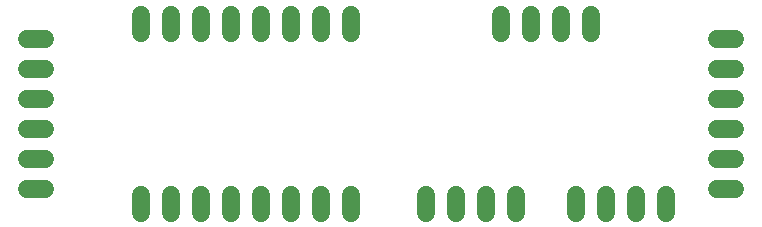
<source format=gtl>
G04 EAGLE Gerber RS-274X export*
G75*
%MOMM*%
%FSLAX34Y34*%
%LPD*%
%INTop Copper*%
%IPPOS*%
%AMOC8*
5,1,8,0,0,1.08239X$1,22.5*%
G01*
%ADD10C,1.524000*%


D10*
X304800Y287020D02*
X304800Y271780D01*
X279400Y271780D02*
X279400Y287020D01*
X254000Y287020D02*
X254000Y271780D01*
X228600Y271780D02*
X228600Y287020D01*
X203200Y287020D02*
X203200Y271780D01*
X177800Y271780D02*
X177800Y287020D01*
X152400Y287020D02*
X152400Y271780D01*
X127000Y271780D02*
X127000Y287020D01*
X127000Y134620D02*
X127000Y119380D01*
X152400Y119380D02*
X152400Y134620D01*
X177800Y134620D02*
X177800Y119380D01*
X203200Y119380D02*
X203200Y134620D01*
X228600Y134620D02*
X228600Y119380D01*
X254000Y119380D02*
X254000Y134620D01*
X279400Y134620D02*
X279400Y119380D01*
X304800Y119380D02*
X304800Y134620D01*
X45720Y139700D02*
X30480Y139700D01*
X30480Y165100D02*
X45720Y165100D01*
X45720Y190500D02*
X30480Y190500D01*
X30480Y215900D02*
X45720Y215900D01*
X45720Y241300D02*
X30480Y241300D01*
X30480Y266700D02*
X45720Y266700D01*
X614680Y266700D02*
X629920Y266700D01*
X629920Y241300D02*
X614680Y241300D01*
X614680Y215900D02*
X629920Y215900D01*
X629920Y190500D02*
X614680Y190500D01*
X614680Y165100D02*
X629920Y165100D01*
X629920Y139700D02*
X614680Y139700D01*
X431800Y271780D02*
X431800Y287020D01*
X457200Y287020D02*
X457200Y271780D01*
X482600Y271780D02*
X482600Y287020D01*
X508000Y287020D02*
X508000Y271780D01*
X495300Y134620D02*
X495300Y119380D01*
X520700Y119380D02*
X520700Y134620D01*
X546100Y134620D02*
X546100Y119380D01*
X571500Y119380D02*
X571500Y134620D01*
X368300Y134620D02*
X368300Y119380D01*
X393700Y119380D02*
X393700Y134620D01*
X419100Y134620D02*
X419100Y119380D01*
X444500Y119380D02*
X444500Y134620D01*
M02*

</source>
